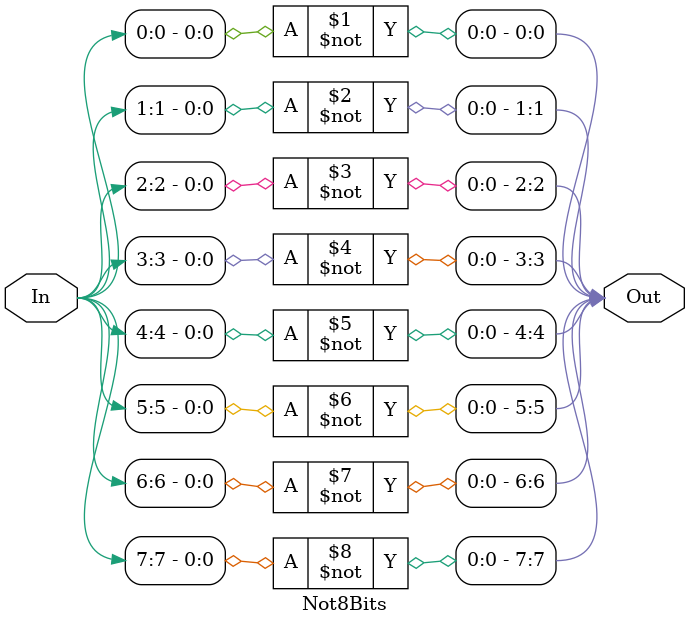
<source format=v>
module Not8Bits(In, Out);
	input [7:0] In;
	output [7:0] Out;
	
	not n1(Out[0], In[0]);
	not n2(Out[1], In[1]);
	not n3(Out[2], In[2]);
	not n4(Out[3], In[3]);
	not n5(Out[4], In[4]);
	not n6(Out[5], In[5]);
	not n7(Out[6], In[6]);
	not n8(Out[7], In[7]);
endmodule
</source>
